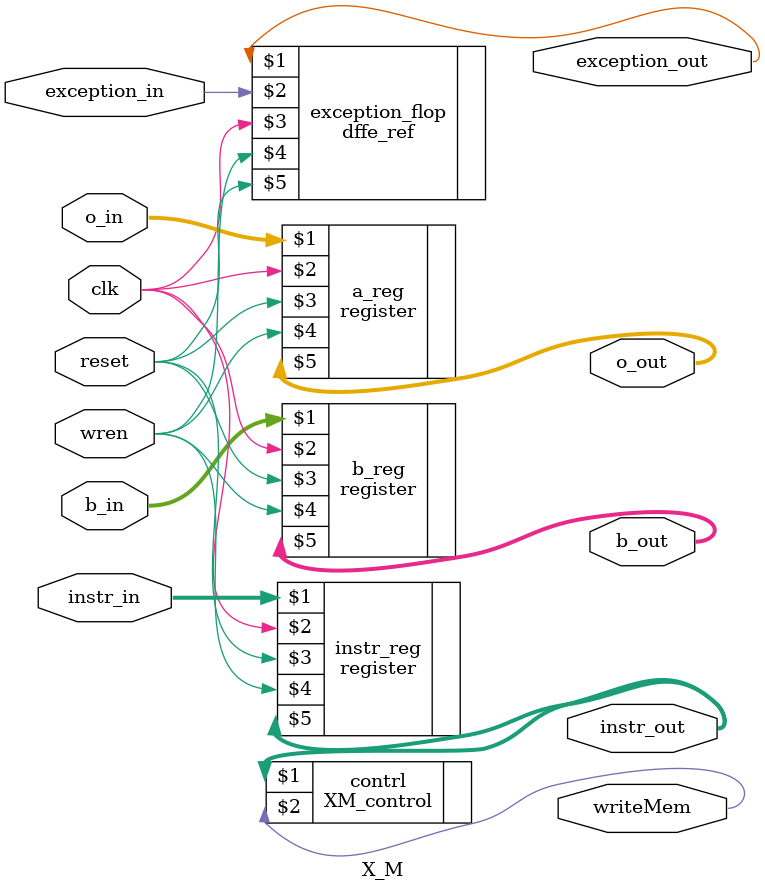
<source format=v>
module X_M(input [31:0] instr_in, o_in, b_in, input clk, reset, wren, exception_in, output [31:0] instr_out, o_out, b_out, output writeMem, exception_out);
    register instr_reg(instr_in, clk, reset, wren, instr_out);

    register a_reg(o_in, clk, reset, wren, o_out);
    register b_reg(b_in, clk, reset, wren, b_out);

    XM_control contrl(instr_out, writeMem);
    dffe_ref exception_flop(exception_out, exception_in, clk, wren, reset);
endmodule
</source>
